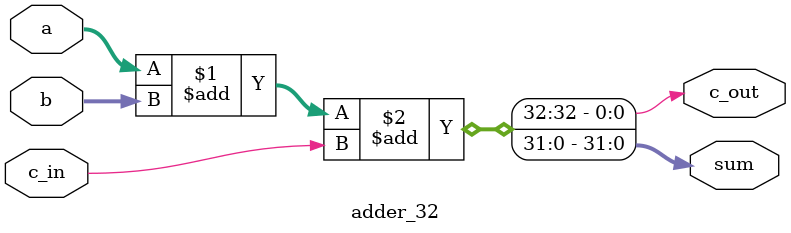
<source format=sv>
module adder_32 (

	input logic [31:0] a,
	input logic [31:0] b,
	input logic c_in,

	output logic [31:0] sum,
	output logic c_out
	);

	assign {c_out, sum} = a+b+c_in;

endmodule : adder_32
</source>
